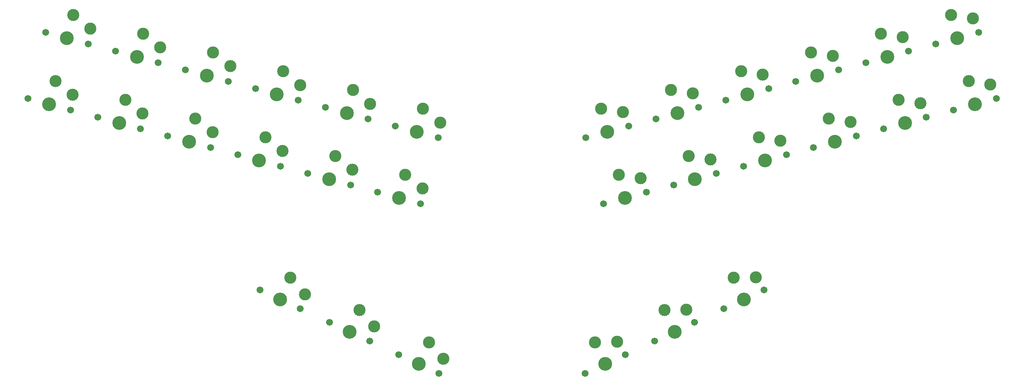
<source format=gbr>
%TF.GenerationSoftware,KiCad,Pcbnew,8.0.1*%
%TF.CreationDate,2024-08-13T22:00:49-05:00*%
%TF.ProjectId,tonyverse,746f6e79-7665-4727-9365-2e6b69636164,v1.0.0*%
%TF.SameCoordinates,Original*%
%TF.FileFunction,NonPlated,1,2,NPTH,Drill*%
%TF.FilePolarity,Positive*%
%FSLAX46Y46*%
G04 Gerber Fmt 4.6, Leading zero omitted, Abs format (unit mm)*
G04 Created by KiCad (PCBNEW 8.0.1) date 2024-08-13 22:00:49*
%MOMM*%
%LPD*%
G01*
G04 APERTURE LIST*
%TA.AperFunction,ComponentDrill*%
%ADD10C,1.701800*%
%TD*%
%TA.AperFunction,ComponentDrill*%
%ADD11C,3.000000*%
%TD*%
%TA.AperFunction,ComponentDrill*%
%ADD12C,3.429000*%
%TD*%
G04 APERTURE END LIST*
D10*
%TO.C,S1*%
X54454656Y-126747771D03*
%TO.C,S2*%
X58854579Y-110327032D03*
%TO.C,S1*%
X65079840Y-129594781D03*
%TO.C,S2*%
X69479763Y-113174042D03*
%TO.C,S3*%
X71841321Y-131406514D03*
%TO.C,S4*%
X76241245Y-114985775D03*
%TO.C,S3*%
X82466505Y-134253524D03*
%TO.C,S4*%
X86866429Y-117832785D03*
%TO.C,S5*%
X89227985Y-136065257D03*
%TO.C,S6*%
X93627909Y-119644518D03*
%TO.C,S5*%
X99853169Y-138912267D03*
%TO.C,S6*%
X104253093Y-122491528D03*
%TO.C,S7*%
X106614650Y-140724000D03*
%TO.C,S8*%
X111014574Y-124303261D03*
%TO.C,S13*%
X112183301Y-174356198D03*
%TO.C,S7*%
X117239834Y-143571010D03*
%TO.C,S8*%
X121639758Y-127150271D03*
%TO.C,S13*%
X122152687Y-179004998D03*
%TO.C,S9*%
X124001315Y-145382743D03*
%TO.C,S10*%
X128401239Y-128962004D03*
%TO.C,S14*%
X129403149Y-182385945D03*
%TO.C,S9*%
X134626499Y-148229753D03*
%TO.C,S10*%
X139026423Y-131809014D03*
%TO.C,S14*%
X139372535Y-187034745D03*
%TO.C,S11*%
X141387980Y-150041486D03*
%TO.C,S12*%
X145787904Y-133620746D03*
%TO.C,S15*%
X146622997Y-190415692D03*
%TO.C,S11*%
X152013164Y-152888496D03*
%TO.C,S12*%
X156413088Y-136467756D03*
%TO.C,S15*%
X156592383Y-195064492D03*
%TO.C,S30*%
X192942112Y-195064492D03*
%TO.C,S27*%
X193121407Y-136467756D03*
%TO.C,S26*%
X197521331Y-152888496D03*
%TO.C,S30*%
X202911498Y-190415692D03*
%TO.C,S27*%
X203746591Y-133620746D03*
%TO.C,S26*%
X208146515Y-150041486D03*
%TO.C,S29*%
X210161960Y-187034745D03*
%TO.C,S25*%
X210508072Y-131809014D03*
%TO.C,S24*%
X214907996Y-148229753D03*
%TO.C,S29*%
X220131346Y-182385945D03*
%TO.C,S25*%
X221133256Y-128962004D03*
%TO.C,S24*%
X225533180Y-145382743D03*
%TO.C,S28*%
X227381808Y-179004998D03*
%TO.C,S23*%
X227894737Y-127150271D03*
%TO.C,S22*%
X232294661Y-143571010D03*
%TO.C,S28*%
X237351194Y-174356198D03*
%TO.C,S23*%
X238519921Y-124303261D03*
%TO.C,S22*%
X242919845Y-140724000D03*
%TO.C,S21*%
X245281402Y-122491528D03*
%TO.C,S20*%
X249681326Y-138912267D03*
%TO.C,S21*%
X255906586Y-119644518D03*
%TO.C,S20*%
X260306510Y-136065257D03*
%TO.C,S19*%
X262668067Y-117832785D03*
%TO.C,S18*%
X267067991Y-134253524D03*
%TO.C,S19*%
X273293251Y-114985775D03*
%TO.C,S18*%
X277693175Y-131406514D03*
%TO.C,S17*%
X280054732Y-113174042D03*
%TO.C,S16*%
X284454656Y-129594781D03*
%TO.C,S17*%
X290679916Y-110327032D03*
%TO.C,S16*%
X295079840Y-126747771D03*
D11*
%TO.C,S1*%
X61307221Y-122424017D03*
X65567449Y-125843149D03*
%TO.C,S2*%
X65707144Y-106003278D03*
X69967372Y-109422410D03*
%TO.C,S3*%
X78693886Y-127082760D03*
X82954114Y-130501892D03*
%TO.C,S4*%
X83093810Y-110662021D03*
X87354038Y-114081153D03*
%TO.C,S5*%
X96080550Y-131741503D03*
X100340778Y-135160635D03*
%TO.C,S6*%
X100480474Y-115320764D03*
X104740702Y-118739896D03*
%TO.C,S7*%
X113467215Y-136400246D03*
X117727443Y-139819378D03*
%TO.C,S8*%
X117867139Y-119979507D03*
%TO.C,S13*%
X119682573Y-171288067D03*
%TO.C,S8*%
X122127367Y-123398639D03*
%TO.C,S13*%
X123284351Y-175395035D03*
%TO.C,S9*%
X130853880Y-141058989D03*
X135114108Y-144478121D03*
%TO.C,S10*%
X135253804Y-124638250D03*
%TO.C,S14*%
X136902421Y-179317814D03*
%TO.C,S10*%
X139514032Y-128057382D03*
%TO.C,S14*%
X140504199Y-183424782D03*
%TO.C,S11*%
X148240545Y-145717732D03*
X152500773Y-149136864D03*
%TO.C,S12*%
X152640469Y-129296992D03*
%TO.C,S15*%
X154122269Y-187347561D03*
%TO.C,S12*%
X156900697Y-132716124D03*
%TO.C,S15*%
X157724047Y-191454529D03*
%TO.C,S30*%
X195412226Y-187347561D03*
%TO.C,S27*%
X196894026Y-129296992D03*
%TO.C,S30*%
X200873525Y-187228346D03*
%TO.C,S26*%
X201293950Y-145717732D03*
%TO.C,S27*%
X202293057Y-130127934D03*
%TO.C,S26*%
X206692981Y-146548674D03*
%TO.C,S29*%
X212632074Y-179317814D03*
%TO.C,S25*%
X214280691Y-124638250D03*
%TO.C,S29*%
X218093373Y-179198599D03*
%TO.C,S24*%
X218680615Y-141058989D03*
%TO.C,S25*%
X219679722Y-125469192D03*
%TO.C,S24*%
X224079646Y-141889931D03*
%TO.C,S28*%
X229851922Y-171288067D03*
%TO.C,S23*%
X231667356Y-119979507D03*
%TO.C,S28*%
X235313221Y-171168852D03*
%TO.C,S22*%
X236067280Y-136400246D03*
%TO.C,S23*%
X237066387Y-120810449D03*
%TO.C,S22*%
X241466311Y-137231188D03*
%TO.C,S21*%
X249054021Y-115320764D03*
%TO.C,S20*%
X253453945Y-131741503D03*
%TO.C,S21*%
X254453052Y-116151706D03*
%TO.C,S20*%
X258852976Y-132572445D03*
%TO.C,S19*%
X266440686Y-110662021D03*
%TO.C,S18*%
X270840610Y-127082760D03*
%TO.C,S19*%
X271839717Y-111492963D03*
%TO.C,S18*%
X276239641Y-127913702D03*
%TO.C,S17*%
X283827351Y-106003278D03*
%TO.C,S16*%
X288227275Y-122424017D03*
%TO.C,S17*%
X289226382Y-106834220D03*
%TO.C,S16*%
X293626306Y-123254959D03*
D12*
%TO.C,S1*%
X59767248Y-128171276D03*
%TO.C,S2*%
X64167171Y-111750537D03*
%TO.C,S3*%
X77153913Y-132830019D03*
%TO.C,S4*%
X81553837Y-116409280D03*
%TO.C,S5*%
X94540577Y-137488762D03*
%TO.C,S6*%
X98940501Y-121068023D03*
%TO.C,S7*%
X111927242Y-142147505D03*
%TO.C,S8*%
X116327166Y-125726766D03*
%TO.C,S13*%
X117167994Y-176680598D03*
%TO.C,S9*%
X129313907Y-146806248D03*
%TO.C,S10*%
X133713831Y-130385509D03*
%TO.C,S14*%
X134387842Y-184710345D03*
%TO.C,S11*%
X146700572Y-151464991D03*
%TO.C,S12*%
X151100496Y-135044251D03*
%TO.C,S15*%
X151607690Y-192740092D03*
%TO.C,S30*%
X197926805Y-192740092D03*
%TO.C,S27*%
X198433999Y-135044251D03*
%TO.C,S26*%
X202833923Y-151464991D03*
%TO.C,S29*%
X215146653Y-184710345D03*
%TO.C,S25*%
X215820664Y-130385509D03*
%TO.C,S24*%
X220220588Y-146806248D03*
%TO.C,S28*%
X232366501Y-176680598D03*
%TO.C,S23*%
X233207329Y-125726766D03*
%TO.C,S22*%
X237607253Y-142147505D03*
%TO.C,S21*%
X250593994Y-121068023D03*
%TO.C,S20*%
X254993918Y-137488762D03*
%TO.C,S19*%
X267980659Y-116409280D03*
%TO.C,S18*%
X272380583Y-132830019D03*
%TO.C,S17*%
X285367324Y-111750537D03*
%TO.C,S16*%
X289767248Y-128171276D03*
M02*

</source>
